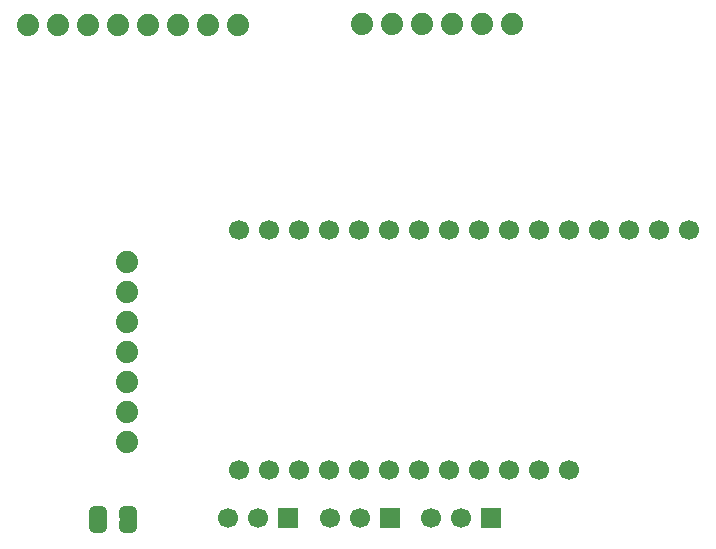
<source format=gbr>
%TF.GenerationSoftware,KiCad,Pcbnew,9.0.7*%
%TF.CreationDate,2026-02-04T13:12:15-08:00*%
%TF.ProjectId,BasicDatalogger,42617369-6344-4617-9461-6c6f67676572,rev?*%
%TF.SameCoordinates,Original*%
%TF.FileFunction,Soldermask,Top*%
%TF.FilePolarity,Negative*%
%FSLAX46Y46*%
G04 Gerber Fmt 4.6, Leading zero omitted, Abs format (unit mm)*
G04 Created by KiCad (PCBNEW 9.0.7) date 2026-02-04 13:12:15*
%MOMM*%
%LPD*%
G01*
G04 APERTURE LIST*
G04 Aperture macros list*
%AMFreePoly0*
4,1,23,0.500000,-0.750000,0.000000,-0.750000,0.000000,-0.745722,-0.065263,-0.745722,-0.191342,-0.711940,-0.304381,-0.646677,-0.396677,-0.554381,-0.461940,-0.441342,-0.495722,-0.315263,-0.495722,-0.250000,-0.500000,-0.250000,-0.500000,0.250000,-0.495722,0.250000,-0.495722,0.315263,-0.461940,0.441342,-0.396677,0.554381,-0.304381,0.646677,-0.191342,0.711940,-0.065263,0.745722,0.000000,0.745722,
0.000000,0.750000,0.500000,0.750000,0.500000,-0.750000,0.500000,-0.750000,$1*%
%AMFreePoly1*
4,1,23,0.000000,0.745722,0.065263,0.745722,0.191342,0.711940,0.304381,0.646677,0.396677,0.554381,0.461940,0.441342,0.495722,0.315263,0.495722,0.250000,0.500000,0.250000,0.500000,-0.250000,0.495722,-0.250000,0.495722,-0.315263,0.461940,-0.441342,0.396677,-0.554381,0.304381,-0.646677,0.191342,-0.711940,0.065263,-0.745722,0.000000,-0.745722,0.000000,-0.750000,-0.500000,-0.750000,
-0.500000,0.750000,0.000000,0.750000,0.000000,0.745722,0.000000,0.745722,$1*%
G04 Aperture macros list end*
%ADD10R,1.700000X1.700000*%
%ADD11C,1.700000*%
%ADD12FreePoly0,90.000000*%
%ADD13FreePoly1,90.000000*%
%ADD14C,1.879600*%
G04 APERTURE END LIST*
%TO.C,PWR*%
G36*
X90851578Y-74682415D02*
G01*
X92351578Y-74682415D01*
X92351578Y-74382415D01*
X90851578Y-74382415D01*
X90851578Y-74682415D01*
G37*
%TO.C,GND*%
G36*
X88289052Y-74682415D02*
G01*
X89789052Y-74682415D01*
X89789052Y-74382415D01*
X88289052Y-74382415D01*
X88289052Y-74682415D01*
G37*
%TD*%
D10*
%TO.C,3*%
X105140000Y-74400000D03*
D11*
X102600000Y-74400000D03*
X100060000Y-74400000D03*
%TD*%
D10*
%TO.C,2*%
X113740000Y-74400000D03*
D11*
X111200000Y-74400000D03*
X108660000Y-74400000D03*
%TD*%
D10*
%TO.C,1*%
X122280000Y-74400000D03*
D11*
X119740000Y-74400000D03*
X117200000Y-74400000D03*
%TD*%
D12*
%TO.C,PWR*%
X91601578Y-75182415D03*
D13*
X91601578Y-73882415D03*
%TD*%
D12*
%TO.C,GND*%
X89039052Y-75182415D03*
D13*
X89039052Y-73882415D03*
%TD*%
D11*
%TO.C,U1*%
X139080000Y-50000000D03*
X136540000Y-50000000D03*
X134000000Y-50000000D03*
X131460000Y-50000000D03*
X128920000Y-50000000D03*
X126380000Y-50000000D03*
X123840000Y-50000000D03*
X121300000Y-50000000D03*
X118760000Y-50000000D03*
X116220000Y-50000000D03*
X113680000Y-50000000D03*
X111140000Y-50000000D03*
X108600000Y-50000000D03*
X106060000Y-50000000D03*
X103520000Y-50000000D03*
X100980000Y-50000000D03*
X100980000Y-70320000D03*
X103520000Y-70320000D03*
X106060000Y-70320000D03*
X108600000Y-70320000D03*
X111140000Y-70320000D03*
X113680000Y-70320000D03*
X116220000Y-70320000D03*
X118760000Y-70320000D03*
X121300000Y-70320000D03*
X123840000Y-70320000D03*
X126380000Y-70320000D03*
X128920000Y-70320000D03*
%TD*%
D14*
%TO.C,U2*%
X100890000Y-32700000D03*
X98350000Y-32700000D03*
X95810000Y-32700000D03*
X93270000Y-32700000D03*
X90730000Y-32700000D03*
X88190000Y-32700000D03*
X85650000Y-32700000D03*
X83110000Y-32700000D03*
%TD*%
%TO.C,U4*%
X91513796Y-67972407D03*
X91513796Y-65432407D03*
X91513796Y-62892407D03*
X91513796Y-60352407D03*
X91513796Y-57812407D03*
X91513796Y-55272407D03*
X91513796Y-52732407D03*
%TD*%
%TO.C,U3*%
X124100000Y-32600000D03*
X121560000Y-32600000D03*
X119020000Y-32600000D03*
X116480000Y-32600000D03*
X113940000Y-32600000D03*
X111400000Y-32600000D03*
%TD*%
M02*

</source>
